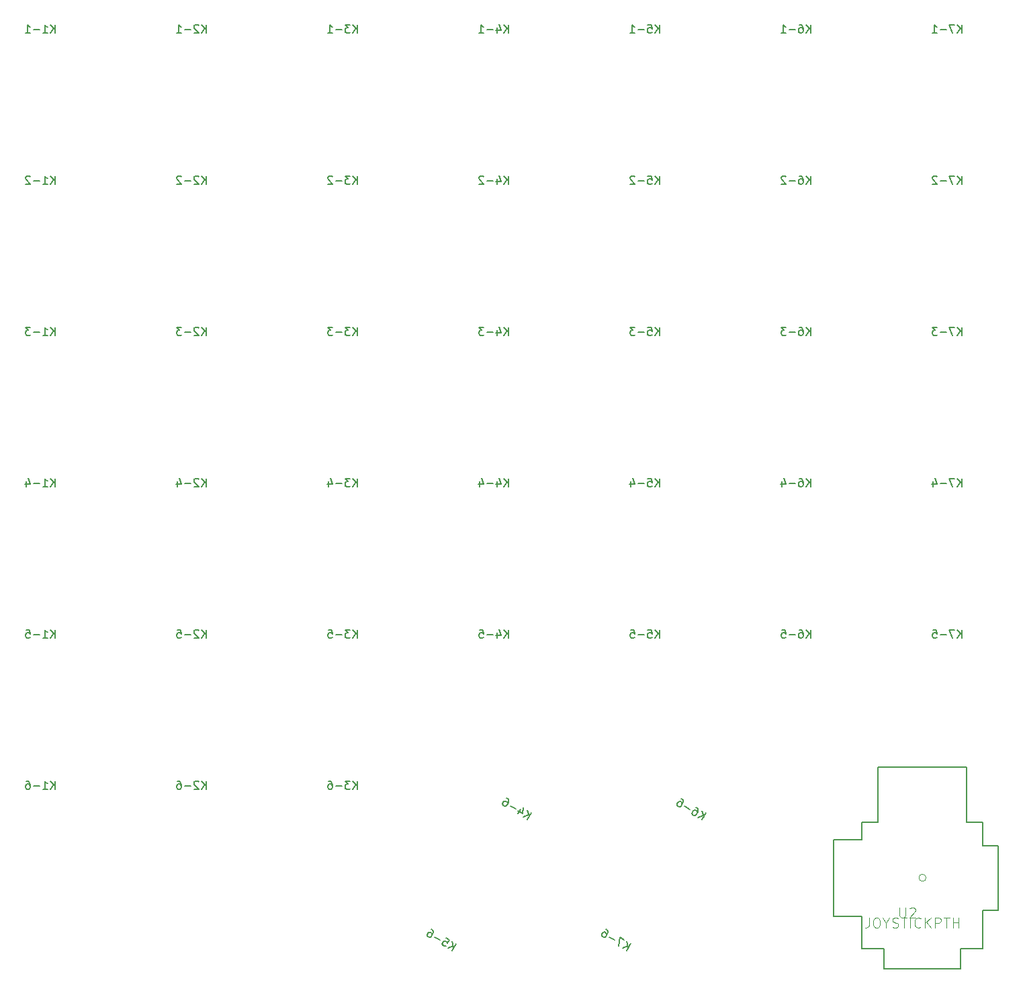
<source format=gbo>
%TF.GenerationSoftware,KiCad,Pcbnew,(5.1.9)-1*%
%TF.CreationDate,2021-04-22T01:41:48-06:00*%
%TF.ProjectId,Left Keyboard,4c656674-204b-4657-9962-6f6172642e6b,rev?*%
%TF.SameCoordinates,Original*%
%TF.FileFunction,Legend,Bot*%
%TF.FilePolarity,Positive*%
%FSLAX46Y46*%
G04 Gerber Fmt 4.6, Leading zero omitted, Abs format (unit mm)*
G04 Created by KiCad (PCBNEW (5.1.9)-1) date 2021-04-22 01:41:48*
%MOMM*%
%LPD*%
G01*
G04 APERTURE LIST*
%ADD10C,0.101600*%
%ADD11C,0.203200*%
%ADD12C,0.200000*%
G04 APERTURE END LIST*
D10*
%TO.C,U2*%
X187449013Y-141500000D02*
G75*
G03*
X187449013Y-141500000I-449013J0D01*
G01*
D11*
X179380000Y-146326000D02*
X179380000Y-150390000D01*
X179380000Y-136674000D02*
X179380000Y-134515000D01*
X175824000Y-136674000D02*
X175824000Y-146326000D01*
X179380000Y-146326000D02*
X175824000Y-146326000D01*
X179380000Y-136674000D02*
X175824000Y-136674000D01*
X181412000Y-127530000D02*
X181412000Y-134515000D01*
X192588000Y-127530000D02*
X192588000Y-134515000D01*
X181412000Y-134515000D02*
X179380000Y-134515000D01*
X194620000Y-134515000D02*
X192588000Y-134515000D01*
X194620000Y-145564000D02*
X196525000Y-145564000D01*
X194620000Y-137436000D02*
X196525000Y-137436000D01*
X194620000Y-145564000D02*
X194620000Y-150390000D01*
X194620000Y-137436000D02*
X194620000Y-134515000D01*
X196525000Y-137436000D02*
X196525000Y-145564000D01*
X182174000Y-150390000D02*
X179380000Y-150390000D01*
X191826000Y-150390000D02*
X194620000Y-150390000D01*
X182174000Y-152930000D02*
X182174000Y-150390000D01*
X191826000Y-152930000D02*
X191826000Y-150390000D01*
X191826000Y-152930000D02*
X182174000Y-152930000D01*
X192588000Y-127530000D02*
X181412000Y-127530000D01*
%TO.C,K6-2*%
D12*
X172908333Y-54132880D02*
X172908333Y-53132880D01*
X172336904Y-54132880D02*
X172765476Y-53561452D01*
X172336904Y-53132880D02*
X172908333Y-53704309D01*
X171479761Y-53132880D02*
X171670238Y-53132880D01*
X171765476Y-53180500D01*
X171813095Y-53228119D01*
X171908333Y-53370976D01*
X171955952Y-53561452D01*
X171955952Y-53942404D01*
X171908333Y-54037642D01*
X171860714Y-54085261D01*
X171765476Y-54132880D01*
X171575000Y-54132880D01*
X171479761Y-54085261D01*
X171432142Y-54037642D01*
X171384523Y-53942404D01*
X171384523Y-53704309D01*
X171432142Y-53609071D01*
X171479761Y-53561452D01*
X171575000Y-53513833D01*
X171765476Y-53513833D01*
X171860714Y-53561452D01*
X171908333Y-53609071D01*
X171955952Y-53704309D01*
X170955952Y-53751928D02*
X170194047Y-53751928D01*
X169765476Y-53228119D02*
X169717857Y-53180500D01*
X169622619Y-53132880D01*
X169384523Y-53132880D01*
X169289285Y-53180500D01*
X169241666Y-53228119D01*
X169194047Y-53323357D01*
X169194047Y-53418595D01*
X169241666Y-53561452D01*
X169813095Y-54132880D01*
X169194047Y-54132880D01*
%TO.C,K1-1*%
X77658333Y-35082880D02*
X77658333Y-34082880D01*
X77086904Y-35082880D02*
X77515476Y-34511452D01*
X77086904Y-34082880D02*
X77658333Y-34654309D01*
X76134523Y-35082880D02*
X76705952Y-35082880D01*
X76420238Y-35082880D02*
X76420238Y-34082880D01*
X76515476Y-34225738D01*
X76610714Y-34320976D01*
X76705952Y-34368595D01*
X75705952Y-34701928D02*
X74944047Y-34701928D01*
X73944047Y-35082880D02*
X74515476Y-35082880D01*
X74229761Y-35082880D02*
X74229761Y-34082880D01*
X74325000Y-34225738D01*
X74420238Y-34320976D01*
X74515476Y-34368595D01*
%TO.C,K1-2*%
X77658333Y-54132880D02*
X77658333Y-53132880D01*
X77086904Y-54132880D02*
X77515476Y-53561452D01*
X77086904Y-53132880D02*
X77658333Y-53704309D01*
X76134523Y-54132880D02*
X76705952Y-54132880D01*
X76420238Y-54132880D02*
X76420238Y-53132880D01*
X76515476Y-53275738D01*
X76610714Y-53370976D01*
X76705952Y-53418595D01*
X75705952Y-53751928D02*
X74944047Y-53751928D01*
X74515476Y-53228119D02*
X74467857Y-53180500D01*
X74372619Y-53132880D01*
X74134523Y-53132880D01*
X74039285Y-53180500D01*
X73991666Y-53228119D01*
X73944047Y-53323357D01*
X73944047Y-53418595D01*
X73991666Y-53561452D01*
X74563095Y-54132880D01*
X73944047Y-54132880D01*
%TO.C,K1-3*%
X77658333Y-73182880D02*
X77658333Y-72182880D01*
X77086904Y-73182880D02*
X77515476Y-72611452D01*
X77086904Y-72182880D02*
X77658333Y-72754309D01*
X76134523Y-73182880D02*
X76705952Y-73182880D01*
X76420238Y-73182880D02*
X76420238Y-72182880D01*
X76515476Y-72325738D01*
X76610714Y-72420976D01*
X76705952Y-72468595D01*
X75705952Y-72801928D02*
X74944047Y-72801928D01*
X74563095Y-72182880D02*
X73944047Y-72182880D01*
X74277380Y-72563833D01*
X74134523Y-72563833D01*
X74039285Y-72611452D01*
X73991666Y-72659071D01*
X73944047Y-72754309D01*
X73944047Y-72992404D01*
X73991666Y-73087642D01*
X74039285Y-73135261D01*
X74134523Y-73182880D01*
X74420238Y-73182880D01*
X74515476Y-73135261D01*
X74563095Y-73087642D01*
%TO.C,K1-4*%
X77658333Y-92232880D02*
X77658333Y-91232880D01*
X77086904Y-92232880D02*
X77515476Y-91661452D01*
X77086904Y-91232880D02*
X77658333Y-91804309D01*
X76134523Y-92232880D02*
X76705952Y-92232880D01*
X76420238Y-92232880D02*
X76420238Y-91232880D01*
X76515476Y-91375738D01*
X76610714Y-91470976D01*
X76705952Y-91518595D01*
X75705952Y-91851928D02*
X74944047Y-91851928D01*
X74039285Y-91566214D02*
X74039285Y-92232880D01*
X74277380Y-91185261D02*
X74515476Y-91899547D01*
X73896428Y-91899547D01*
%TO.C,K1-5*%
X77658333Y-111282880D02*
X77658333Y-110282880D01*
X77086904Y-111282880D02*
X77515476Y-110711452D01*
X77086904Y-110282880D02*
X77658333Y-110854309D01*
X76134523Y-111282880D02*
X76705952Y-111282880D01*
X76420238Y-111282880D02*
X76420238Y-110282880D01*
X76515476Y-110425738D01*
X76610714Y-110520976D01*
X76705952Y-110568595D01*
X75705952Y-110901928D02*
X74944047Y-110901928D01*
X73991666Y-110282880D02*
X74467857Y-110282880D01*
X74515476Y-110759071D01*
X74467857Y-110711452D01*
X74372619Y-110663833D01*
X74134523Y-110663833D01*
X74039285Y-110711452D01*
X73991666Y-110759071D01*
X73944047Y-110854309D01*
X73944047Y-111092404D01*
X73991666Y-111187642D01*
X74039285Y-111235261D01*
X74134523Y-111282880D01*
X74372619Y-111282880D01*
X74467857Y-111235261D01*
X74515476Y-111187642D01*
%TO.C,K1-6*%
X77658333Y-130332880D02*
X77658333Y-129332880D01*
X77086904Y-130332880D02*
X77515476Y-129761452D01*
X77086904Y-129332880D02*
X77658333Y-129904309D01*
X76134523Y-130332880D02*
X76705952Y-130332880D01*
X76420238Y-130332880D02*
X76420238Y-129332880D01*
X76515476Y-129475738D01*
X76610714Y-129570976D01*
X76705952Y-129618595D01*
X75705952Y-129951928D02*
X74944047Y-129951928D01*
X74039285Y-129332880D02*
X74229761Y-129332880D01*
X74325000Y-129380500D01*
X74372619Y-129428119D01*
X74467857Y-129570976D01*
X74515476Y-129761452D01*
X74515476Y-130142404D01*
X74467857Y-130237642D01*
X74420238Y-130285261D01*
X74325000Y-130332880D01*
X74134523Y-130332880D01*
X74039285Y-130285261D01*
X73991666Y-130237642D01*
X73944047Y-130142404D01*
X73944047Y-129904309D01*
X73991666Y-129809071D01*
X74039285Y-129761452D01*
X74134523Y-129713833D01*
X74325000Y-129713833D01*
X74420238Y-129761452D01*
X74467857Y-129809071D01*
X74515476Y-129904309D01*
%TO.C,K2-1*%
X96708333Y-35082880D02*
X96708333Y-34082880D01*
X96136904Y-35082880D02*
X96565476Y-34511452D01*
X96136904Y-34082880D02*
X96708333Y-34654309D01*
X95755952Y-34178119D02*
X95708333Y-34130500D01*
X95613095Y-34082880D01*
X95375000Y-34082880D01*
X95279761Y-34130500D01*
X95232142Y-34178119D01*
X95184523Y-34273357D01*
X95184523Y-34368595D01*
X95232142Y-34511452D01*
X95803571Y-35082880D01*
X95184523Y-35082880D01*
X94755952Y-34701928D02*
X93994047Y-34701928D01*
X92994047Y-35082880D02*
X93565476Y-35082880D01*
X93279761Y-35082880D02*
X93279761Y-34082880D01*
X93375000Y-34225738D01*
X93470238Y-34320976D01*
X93565476Y-34368595D01*
%TO.C,K2-2*%
X96708333Y-54132880D02*
X96708333Y-53132880D01*
X96136904Y-54132880D02*
X96565476Y-53561452D01*
X96136904Y-53132880D02*
X96708333Y-53704309D01*
X95755952Y-53228119D02*
X95708333Y-53180500D01*
X95613095Y-53132880D01*
X95375000Y-53132880D01*
X95279761Y-53180500D01*
X95232142Y-53228119D01*
X95184523Y-53323357D01*
X95184523Y-53418595D01*
X95232142Y-53561452D01*
X95803571Y-54132880D01*
X95184523Y-54132880D01*
X94755952Y-53751928D02*
X93994047Y-53751928D01*
X93565476Y-53228119D02*
X93517857Y-53180500D01*
X93422619Y-53132880D01*
X93184523Y-53132880D01*
X93089285Y-53180500D01*
X93041666Y-53228119D01*
X92994047Y-53323357D01*
X92994047Y-53418595D01*
X93041666Y-53561452D01*
X93613095Y-54132880D01*
X92994047Y-54132880D01*
%TO.C,K2-3*%
X96708333Y-73182880D02*
X96708333Y-72182880D01*
X96136904Y-73182880D02*
X96565476Y-72611452D01*
X96136904Y-72182880D02*
X96708333Y-72754309D01*
X95755952Y-72278119D02*
X95708333Y-72230500D01*
X95613095Y-72182880D01*
X95375000Y-72182880D01*
X95279761Y-72230500D01*
X95232142Y-72278119D01*
X95184523Y-72373357D01*
X95184523Y-72468595D01*
X95232142Y-72611452D01*
X95803571Y-73182880D01*
X95184523Y-73182880D01*
X94755952Y-72801928D02*
X93994047Y-72801928D01*
X93613095Y-72182880D02*
X92994047Y-72182880D01*
X93327380Y-72563833D01*
X93184523Y-72563833D01*
X93089285Y-72611452D01*
X93041666Y-72659071D01*
X92994047Y-72754309D01*
X92994047Y-72992404D01*
X93041666Y-73087642D01*
X93089285Y-73135261D01*
X93184523Y-73182880D01*
X93470238Y-73182880D01*
X93565476Y-73135261D01*
X93613095Y-73087642D01*
%TO.C,K2-4*%
X96708333Y-92232880D02*
X96708333Y-91232880D01*
X96136904Y-92232880D02*
X96565476Y-91661452D01*
X96136904Y-91232880D02*
X96708333Y-91804309D01*
X95755952Y-91328119D02*
X95708333Y-91280500D01*
X95613095Y-91232880D01*
X95375000Y-91232880D01*
X95279761Y-91280500D01*
X95232142Y-91328119D01*
X95184523Y-91423357D01*
X95184523Y-91518595D01*
X95232142Y-91661452D01*
X95803571Y-92232880D01*
X95184523Y-92232880D01*
X94755952Y-91851928D02*
X93994047Y-91851928D01*
X93089285Y-91566214D02*
X93089285Y-92232880D01*
X93327380Y-91185261D02*
X93565476Y-91899547D01*
X92946428Y-91899547D01*
%TO.C,K2-5*%
X96708333Y-111282880D02*
X96708333Y-110282880D01*
X96136904Y-111282880D02*
X96565476Y-110711452D01*
X96136904Y-110282880D02*
X96708333Y-110854309D01*
X95755952Y-110378119D02*
X95708333Y-110330500D01*
X95613095Y-110282880D01*
X95375000Y-110282880D01*
X95279761Y-110330500D01*
X95232142Y-110378119D01*
X95184523Y-110473357D01*
X95184523Y-110568595D01*
X95232142Y-110711452D01*
X95803571Y-111282880D01*
X95184523Y-111282880D01*
X94755952Y-110901928D02*
X93994047Y-110901928D01*
X93041666Y-110282880D02*
X93517857Y-110282880D01*
X93565476Y-110759071D01*
X93517857Y-110711452D01*
X93422619Y-110663833D01*
X93184523Y-110663833D01*
X93089285Y-110711452D01*
X93041666Y-110759071D01*
X92994047Y-110854309D01*
X92994047Y-111092404D01*
X93041666Y-111187642D01*
X93089285Y-111235261D01*
X93184523Y-111282880D01*
X93422619Y-111282880D01*
X93517857Y-111235261D01*
X93565476Y-111187642D01*
%TO.C,K2-6*%
X96708333Y-130332880D02*
X96708333Y-129332880D01*
X96136904Y-130332880D02*
X96565476Y-129761452D01*
X96136904Y-129332880D02*
X96708333Y-129904309D01*
X95755952Y-129428119D02*
X95708333Y-129380500D01*
X95613095Y-129332880D01*
X95375000Y-129332880D01*
X95279761Y-129380500D01*
X95232142Y-129428119D01*
X95184523Y-129523357D01*
X95184523Y-129618595D01*
X95232142Y-129761452D01*
X95803571Y-130332880D01*
X95184523Y-130332880D01*
X94755952Y-129951928D02*
X93994047Y-129951928D01*
X93089285Y-129332880D02*
X93279761Y-129332880D01*
X93375000Y-129380500D01*
X93422619Y-129428119D01*
X93517857Y-129570976D01*
X93565476Y-129761452D01*
X93565476Y-130142404D01*
X93517857Y-130237642D01*
X93470238Y-130285261D01*
X93375000Y-130332880D01*
X93184523Y-130332880D01*
X93089285Y-130285261D01*
X93041666Y-130237642D01*
X92994047Y-130142404D01*
X92994047Y-129904309D01*
X93041666Y-129809071D01*
X93089285Y-129761452D01*
X93184523Y-129713833D01*
X93375000Y-129713833D01*
X93470238Y-129761452D01*
X93517857Y-129809071D01*
X93565476Y-129904309D01*
%TO.C,K3-1*%
X115758333Y-35082880D02*
X115758333Y-34082880D01*
X115186904Y-35082880D02*
X115615476Y-34511452D01*
X115186904Y-34082880D02*
X115758333Y-34654309D01*
X114853571Y-34082880D02*
X114234523Y-34082880D01*
X114567857Y-34463833D01*
X114425000Y-34463833D01*
X114329761Y-34511452D01*
X114282142Y-34559071D01*
X114234523Y-34654309D01*
X114234523Y-34892404D01*
X114282142Y-34987642D01*
X114329761Y-35035261D01*
X114425000Y-35082880D01*
X114710714Y-35082880D01*
X114805952Y-35035261D01*
X114853571Y-34987642D01*
X113805952Y-34701928D02*
X113044047Y-34701928D01*
X112044047Y-35082880D02*
X112615476Y-35082880D01*
X112329761Y-35082880D02*
X112329761Y-34082880D01*
X112425000Y-34225738D01*
X112520238Y-34320976D01*
X112615476Y-34368595D01*
%TO.C,K3-2*%
X115758333Y-54132880D02*
X115758333Y-53132880D01*
X115186904Y-54132880D02*
X115615476Y-53561452D01*
X115186904Y-53132880D02*
X115758333Y-53704309D01*
X114853571Y-53132880D02*
X114234523Y-53132880D01*
X114567857Y-53513833D01*
X114425000Y-53513833D01*
X114329761Y-53561452D01*
X114282142Y-53609071D01*
X114234523Y-53704309D01*
X114234523Y-53942404D01*
X114282142Y-54037642D01*
X114329761Y-54085261D01*
X114425000Y-54132880D01*
X114710714Y-54132880D01*
X114805952Y-54085261D01*
X114853571Y-54037642D01*
X113805952Y-53751928D02*
X113044047Y-53751928D01*
X112615476Y-53228119D02*
X112567857Y-53180500D01*
X112472619Y-53132880D01*
X112234523Y-53132880D01*
X112139285Y-53180500D01*
X112091666Y-53228119D01*
X112044047Y-53323357D01*
X112044047Y-53418595D01*
X112091666Y-53561452D01*
X112663095Y-54132880D01*
X112044047Y-54132880D01*
%TO.C,K3-3*%
X115758333Y-73182880D02*
X115758333Y-72182880D01*
X115186904Y-73182880D02*
X115615476Y-72611452D01*
X115186904Y-72182880D02*
X115758333Y-72754309D01*
X114853571Y-72182880D02*
X114234523Y-72182880D01*
X114567857Y-72563833D01*
X114425000Y-72563833D01*
X114329761Y-72611452D01*
X114282142Y-72659071D01*
X114234523Y-72754309D01*
X114234523Y-72992404D01*
X114282142Y-73087642D01*
X114329761Y-73135261D01*
X114425000Y-73182880D01*
X114710714Y-73182880D01*
X114805952Y-73135261D01*
X114853571Y-73087642D01*
X113805952Y-72801928D02*
X113044047Y-72801928D01*
X112663095Y-72182880D02*
X112044047Y-72182880D01*
X112377380Y-72563833D01*
X112234523Y-72563833D01*
X112139285Y-72611452D01*
X112091666Y-72659071D01*
X112044047Y-72754309D01*
X112044047Y-72992404D01*
X112091666Y-73087642D01*
X112139285Y-73135261D01*
X112234523Y-73182880D01*
X112520238Y-73182880D01*
X112615476Y-73135261D01*
X112663095Y-73087642D01*
%TO.C,K3-4*%
X115758333Y-92232880D02*
X115758333Y-91232880D01*
X115186904Y-92232880D02*
X115615476Y-91661452D01*
X115186904Y-91232880D02*
X115758333Y-91804309D01*
X114853571Y-91232880D02*
X114234523Y-91232880D01*
X114567857Y-91613833D01*
X114425000Y-91613833D01*
X114329761Y-91661452D01*
X114282142Y-91709071D01*
X114234523Y-91804309D01*
X114234523Y-92042404D01*
X114282142Y-92137642D01*
X114329761Y-92185261D01*
X114425000Y-92232880D01*
X114710714Y-92232880D01*
X114805952Y-92185261D01*
X114853571Y-92137642D01*
X113805952Y-91851928D02*
X113044047Y-91851928D01*
X112139285Y-91566214D02*
X112139285Y-92232880D01*
X112377380Y-91185261D02*
X112615476Y-91899547D01*
X111996428Y-91899547D01*
%TO.C,K3-5*%
X115758333Y-111282880D02*
X115758333Y-110282880D01*
X115186904Y-111282880D02*
X115615476Y-110711452D01*
X115186904Y-110282880D02*
X115758333Y-110854309D01*
X114853571Y-110282880D02*
X114234523Y-110282880D01*
X114567857Y-110663833D01*
X114425000Y-110663833D01*
X114329761Y-110711452D01*
X114282142Y-110759071D01*
X114234523Y-110854309D01*
X114234523Y-111092404D01*
X114282142Y-111187642D01*
X114329761Y-111235261D01*
X114425000Y-111282880D01*
X114710714Y-111282880D01*
X114805952Y-111235261D01*
X114853571Y-111187642D01*
X113805952Y-110901928D02*
X113044047Y-110901928D01*
X112091666Y-110282880D02*
X112567857Y-110282880D01*
X112615476Y-110759071D01*
X112567857Y-110711452D01*
X112472619Y-110663833D01*
X112234523Y-110663833D01*
X112139285Y-110711452D01*
X112091666Y-110759071D01*
X112044047Y-110854309D01*
X112044047Y-111092404D01*
X112091666Y-111187642D01*
X112139285Y-111235261D01*
X112234523Y-111282880D01*
X112472619Y-111282880D01*
X112567857Y-111235261D01*
X112615476Y-111187642D01*
%TO.C,K3-6*%
X115758333Y-130332880D02*
X115758333Y-129332880D01*
X115186904Y-130332880D02*
X115615476Y-129761452D01*
X115186904Y-129332880D02*
X115758333Y-129904309D01*
X114853571Y-129332880D02*
X114234523Y-129332880D01*
X114567857Y-129713833D01*
X114425000Y-129713833D01*
X114329761Y-129761452D01*
X114282142Y-129809071D01*
X114234523Y-129904309D01*
X114234523Y-130142404D01*
X114282142Y-130237642D01*
X114329761Y-130285261D01*
X114425000Y-130332880D01*
X114710714Y-130332880D01*
X114805952Y-130285261D01*
X114853571Y-130237642D01*
X113805952Y-129951928D02*
X113044047Y-129951928D01*
X112139285Y-129332880D02*
X112329761Y-129332880D01*
X112425000Y-129380500D01*
X112472619Y-129428119D01*
X112567857Y-129570976D01*
X112615476Y-129761452D01*
X112615476Y-130142404D01*
X112567857Y-130237642D01*
X112520238Y-130285261D01*
X112425000Y-130332880D01*
X112234523Y-130332880D01*
X112139285Y-130285261D01*
X112091666Y-130237642D01*
X112044047Y-130142404D01*
X112044047Y-129904309D01*
X112091666Y-129809071D01*
X112139285Y-129761452D01*
X112234523Y-129713833D01*
X112425000Y-129713833D01*
X112520238Y-129761452D01*
X112567857Y-129809071D01*
X112615476Y-129904309D01*
%TO.C,K4-1*%
X134808333Y-35082880D02*
X134808333Y-34082880D01*
X134236904Y-35082880D02*
X134665476Y-34511452D01*
X134236904Y-34082880D02*
X134808333Y-34654309D01*
X133379761Y-34416214D02*
X133379761Y-35082880D01*
X133617857Y-34035261D02*
X133855952Y-34749547D01*
X133236904Y-34749547D01*
X132855952Y-34701928D02*
X132094047Y-34701928D01*
X131094047Y-35082880D02*
X131665476Y-35082880D01*
X131379761Y-35082880D02*
X131379761Y-34082880D01*
X131475000Y-34225738D01*
X131570238Y-34320976D01*
X131665476Y-34368595D01*
%TO.C,K4-2*%
X134808333Y-54132880D02*
X134808333Y-53132880D01*
X134236904Y-54132880D02*
X134665476Y-53561452D01*
X134236904Y-53132880D02*
X134808333Y-53704309D01*
X133379761Y-53466214D02*
X133379761Y-54132880D01*
X133617857Y-53085261D02*
X133855952Y-53799547D01*
X133236904Y-53799547D01*
X132855952Y-53751928D02*
X132094047Y-53751928D01*
X131665476Y-53228119D02*
X131617857Y-53180500D01*
X131522619Y-53132880D01*
X131284523Y-53132880D01*
X131189285Y-53180500D01*
X131141666Y-53228119D01*
X131094047Y-53323357D01*
X131094047Y-53418595D01*
X131141666Y-53561452D01*
X131713095Y-54132880D01*
X131094047Y-54132880D01*
%TO.C,K4-3*%
X134808333Y-73182880D02*
X134808333Y-72182880D01*
X134236904Y-73182880D02*
X134665476Y-72611452D01*
X134236904Y-72182880D02*
X134808333Y-72754309D01*
X133379761Y-72516214D02*
X133379761Y-73182880D01*
X133617857Y-72135261D02*
X133855952Y-72849547D01*
X133236904Y-72849547D01*
X132855952Y-72801928D02*
X132094047Y-72801928D01*
X131713095Y-72182880D02*
X131094047Y-72182880D01*
X131427380Y-72563833D01*
X131284523Y-72563833D01*
X131189285Y-72611452D01*
X131141666Y-72659071D01*
X131094047Y-72754309D01*
X131094047Y-72992404D01*
X131141666Y-73087642D01*
X131189285Y-73135261D01*
X131284523Y-73182880D01*
X131570238Y-73182880D01*
X131665476Y-73135261D01*
X131713095Y-73087642D01*
%TO.C,K4-4*%
X134808333Y-92232880D02*
X134808333Y-91232880D01*
X134236904Y-92232880D02*
X134665476Y-91661452D01*
X134236904Y-91232880D02*
X134808333Y-91804309D01*
X133379761Y-91566214D02*
X133379761Y-92232880D01*
X133617857Y-91185261D02*
X133855952Y-91899547D01*
X133236904Y-91899547D01*
X132855952Y-91851928D02*
X132094047Y-91851928D01*
X131189285Y-91566214D02*
X131189285Y-92232880D01*
X131427380Y-91185261D02*
X131665476Y-91899547D01*
X131046428Y-91899547D01*
%TO.C,K4-5*%
X134808333Y-111282880D02*
X134808333Y-110282880D01*
X134236904Y-111282880D02*
X134665476Y-110711452D01*
X134236904Y-110282880D02*
X134808333Y-110854309D01*
X133379761Y-110616214D02*
X133379761Y-111282880D01*
X133617857Y-110235261D02*
X133855952Y-110949547D01*
X133236904Y-110949547D01*
X132855952Y-110901928D02*
X132094047Y-110901928D01*
X131141666Y-110282880D02*
X131617857Y-110282880D01*
X131665476Y-110759071D01*
X131617857Y-110711452D01*
X131522619Y-110663833D01*
X131284523Y-110663833D01*
X131189285Y-110711452D01*
X131141666Y-110759071D01*
X131094047Y-110854309D01*
X131094047Y-111092404D01*
X131141666Y-111187642D01*
X131189285Y-111235261D01*
X131284523Y-111282880D01*
X131522619Y-111282880D01*
X131617857Y-111235261D01*
X131665476Y-111187642D01*
%TO.C,K4-6*%
X137215022Y-134147938D02*
X137715022Y-133281912D01*
X136720151Y-133862223D02*
X137377019Y-133581637D01*
X137220151Y-132996198D02*
X137429308Y-133776784D01*
X136311176Y-132856302D02*
X135977843Y-133433652D01*
X136707849Y-132645435D02*
X136556903Y-133383072D01*
X136020792Y-133073548D01*
X135714687Y-132841833D02*
X135054858Y-132460880D01*
X134580835Y-131472388D02*
X134745792Y-131567626D01*
X134804461Y-131656485D01*
X134821891Y-131721534D01*
X134832941Y-131892871D01*
X134778942Y-132081637D01*
X134588466Y-132411552D01*
X134499608Y-132470221D01*
X134434559Y-132487651D01*
X134328271Y-132481271D01*
X134163314Y-132386033D01*
X134104645Y-132297174D01*
X134087215Y-132232126D01*
X134093595Y-132125837D01*
X134212642Y-131919641D01*
X134301501Y-131860972D01*
X134366549Y-131843542D01*
X134472838Y-131849922D01*
X134637795Y-131945160D01*
X134696464Y-132034018D01*
X134713894Y-132099067D01*
X134707514Y-132205355D01*
%TO.C,K5-1*%
X153858333Y-35082880D02*
X153858333Y-34082880D01*
X153286904Y-35082880D02*
X153715476Y-34511452D01*
X153286904Y-34082880D02*
X153858333Y-34654309D01*
X152382142Y-34082880D02*
X152858333Y-34082880D01*
X152905952Y-34559071D01*
X152858333Y-34511452D01*
X152763095Y-34463833D01*
X152525000Y-34463833D01*
X152429761Y-34511452D01*
X152382142Y-34559071D01*
X152334523Y-34654309D01*
X152334523Y-34892404D01*
X152382142Y-34987642D01*
X152429761Y-35035261D01*
X152525000Y-35082880D01*
X152763095Y-35082880D01*
X152858333Y-35035261D01*
X152905952Y-34987642D01*
X151905952Y-34701928D02*
X151144047Y-34701928D01*
X150144047Y-35082880D02*
X150715476Y-35082880D01*
X150429761Y-35082880D02*
X150429761Y-34082880D01*
X150525000Y-34225738D01*
X150620238Y-34320976D01*
X150715476Y-34368595D01*
%TO.C,K5-2*%
X153858333Y-54132880D02*
X153858333Y-53132880D01*
X153286904Y-54132880D02*
X153715476Y-53561452D01*
X153286904Y-53132880D02*
X153858333Y-53704309D01*
X152382142Y-53132880D02*
X152858333Y-53132880D01*
X152905952Y-53609071D01*
X152858333Y-53561452D01*
X152763095Y-53513833D01*
X152525000Y-53513833D01*
X152429761Y-53561452D01*
X152382142Y-53609071D01*
X152334523Y-53704309D01*
X152334523Y-53942404D01*
X152382142Y-54037642D01*
X152429761Y-54085261D01*
X152525000Y-54132880D01*
X152763095Y-54132880D01*
X152858333Y-54085261D01*
X152905952Y-54037642D01*
X151905952Y-53751928D02*
X151144047Y-53751928D01*
X150715476Y-53228119D02*
X150667857Y-53180500D01*
X150572619Y-53132880D01*
X150334523Y-53132880D01*
X150239285Y-53180500D01*
X150191666Y-53228119D01*
X150144047Y-53323357D01*
X150144047Y-53418595D01*
X150191666Y-53561452D01*
X150763095Y-54132880D01*
X150144047Y-54132880D01*
%TO.C,K5-3*%
X153858333Y-73182880D02*
X153858333Y-72182880D01*
X153286904Y-73182880D02*
X153715476Y-72611452D01*
X153286904Y-72182880D02*
X153858333Y-72754309D01*
X152382142Y-72182880D02*
X152858333Y-72182880D01*
X152905952Y-72659071D01*
X152858333Y-72611452D01*
X152763095Y-72563833D01*
X152525000Y-72563833D01*
X152429761Y-72611452D01*
X152382142Y-72659071D01*
X152334523Y-72754309D01*
X152334523Y-72992404D01*
X152382142Y-73087642D01*
X152429761Y-73135261D01*
X152525000Y-73182880D01*
X152763095Y-73182880D01*
X152858333Y-73135261D01*
X152905952Y-73087642D01*
X151905952Y-72801928D02*
X151144047Y-72801928D01*
X150763095Y-72182880D02*
X150144047Y-72182880D01*
X150477380Y-72563833D01*
X150334523Y-72563833D01*
X150239285Y-72611452D01*
X150191666Y-72659071D01*
X150144047Y-72754309D01*
X150144047Y-72992404D01*
X150191666Y-73087642D01*
X150239285Y-73135261D01*
X150334523Y-73182880D01*
X150620238Y-73182880D01*
X150715476Y-73135261D01*
X150763095Y-73087642D01*
%TO.C,K5-4*%
X153858333Y-92232880D02*
X153858333Y-91232880D01*
X153286904Y-92232880D02*
X153715476Y-91661452D01*
X153286904Y-91232880D02*
X153858333Y-91804309D01*
X152382142Y-91232880D02*
X152858333Y-91232880D01*
X152905952Y-91709071D01*
X152858333Y-91661452D01*
X152763095Y-91613833D01*
X152525000Y-91613833D01*
X152429761Y-91661452D01*
X152382142Y-91709071D01*
X152334523Y-91804309D01*
X152334523Y-92042404D01*
X152382142Y-92137642D01*
X152429761Y-92185261D01*
X152525000Y-92232880D01*
X152763095Y-92232880D01*
X152858333Y-92185261D01*
X152905952Y-92137642D01*
X151905952Y-91851928D02*
X151144047Y-91851928D01*
X150239285Y-91566214D02*
X150239285Y-92232880D01*
X150477380Y-91185261D02*
X150715476Y-91899547D01*
X150096428Y-91899547D01*
%TO.C,K5-5*%
X153858333Y-111282880D02*
X153858333Y-110282880D01*
X153286904Y-111282880D02*
X153715476Y-110711452D01*
X153286904Y-110282880D02*
X153858333Y-110854309D01*
X152382142Y-110282880D02*
X152858333Y-110282880D01*
X152905952Y-110759071D01*
X152858333Y-110711452D01*
X152763095Y-110663833D01*
X152525000Y-110663833D01*
X152429761Y-110711452D01*
X152382142Y-110759071D01*
X152334523Y-110854309D01*
X152334523Y-111092404D01*
X152382142Y-111187642D01*
X152429761Y-111235261D01*
X152525000Y-111282880D01*
X152763095Y-111282880D01*
X152858333Y-111235261D01*
X152905952Y-111187642D01*
X151905952Y-110901928D02*
X151144047Y-110901928D01*
X150191666Y-110282880D02*
X150667857Y-110282880D01*
X150715476Y-110759071D01*
X150667857Y-110711452D01*
X150572619Y-110663833D01*
X150334523Y-110663833D01*
X150239285Y-110711452D01*
X150191666Y-110759071D01*
X150144047Y-110854309D01*
X150144047Y-111092404D01*
X150191666Y-111187642D01*
X150239285Y-111235261D01*
X150334523Y-111282880D01*
X150572619Y-111282880D01*
X150667857Y-111235261D01*
X150715476Y-111187642D01*
%TO.C,K5-6*%
X127702522Y-150657938D02*
X128202522Y-149791912D01*
X127207651Y-150372223D02*
X127864519Y-150091637D01*
X127707651Y-149506198D02*
X127916808Y-150286784D01*
X126924104Y-149053817D02*
X127336497Y-149291912D01*
X127139641Y-149728115D01*
X127122211Y-149663066D01*
X127063542Y-149574208D01*
X126857346Y-149455160D01*
X126751057Y-149448780D01*
X126686009Y-149466210D01*
X126597150Y-149524879D01*
X126478103Y-149731076D01*
X126471723Y-149837364D01*
X126489153Y-149902413D01*
X126547822Y-149991271D01*
X126754018Y-150110319D01*
X126860306Y-150116698D01*
X126925355Y-150099268D01*
X126202187Y-149351833D02*
X125542358Y-148970880D01*
X125068335Y-147982388D02*
X125233292Y-148077626D01*
X125291961Y-148166485D01*
X125309391Y-148231534D01*
X125320441Y-148402871D01*
X125266442Y-148591637D01*
X125075966Y-148921552D01*
X124987108Y-148980221D01*
X124922059Y-148997651D01*
X124815771Y-148991271D01*
X124650814Y-148896033D01*
X124592145Y-148807174D01*
X124574715Y-148742126D01*
X124581095Y-148635837D01*
X124700142Y-148429641D01*
X124789001Y-148370972D01*
X124854049Y-148353542D01*
X124960338Y-148359922D01*
X125125295Y-148455160D01*
X125183964Y-148544018D01*
X125201394Y-148609067D01*
X125195014Y-148715355D01*
%TO.C,K6-1*%
X172908333Y-35082880D02*
X172908333Y-34082880D01*
X172336904Y-35082880D02*
X172765476Y-34511452D01*
X172336904Y-34082880D02*
X172908333Y-34654309D01*
X171479761Y-34082880D02*
X171670238Y-34082880D01*
X171765476Y-34130500D01*
X171813095Y-34178119D01*
X171908333Y-34320976D01*
X171955952Y-34511452D01*
X171955952Y-34892404D01*
X171908333Y-34987642D01*
X171860714Y-35035261D01*
X171765476Y-35082880D01*
X171575000Y-35082880D01*
X171479761Y-35035261D01*
X171432142Y-34987642D01*
X171384523Y-34892404D01*
X171384523Y-34654309D01*
X171432142Y-34559071D01*
X171479761Y-34511452D01*
X171575000Y-34463833D01*
X171765476Y-34463833D01*
X171860714Y-34511452D01*
X171908333Y-34559071D01*
X171955952Y-34654309D01*
X170955952Y-34701928D02*
X170194047Y-34701928D01*
X169194047Y-35082880D02*
X169765476Y-35082880D01*
X169479761Y-35082880D02*
X169479761Y-34082880D01*
X169575000Y-34225738D01*
X169670238Y-34320976D01*
X169765476Y-34368595D01*
%TO.C,K6-3*%
X172908333Y-73182880D02*
X172908333Y-72182880D01*
X172336904Y-73182880D02*
X172765476Y-72611452D01*
X172336904Y-72182880D02*
X172908333Y-72754309D01*
X171479761Y-72182880D02*
X171670238Y-72182880D01*
X171765476Y-72230500D01*
X171813095Y-72278119D01*
X171908333Y-72420976D01*
X171955952Y-72611452D01*
X171955952Y-72992404D01*
X171908333Y-73087642D01*
X171860714Y-73135261D01*
X171765476Y-73182880D01*
X171575000Y-73182880D01*
X171479761Y-73135261D01*
X171432142Y-73087642D01*
X171384523Y-72992404D01*
X171384523Y-72754309D01*
X171432142Y-72659071D01*
X171479761Y-72611452D01*
X171575000Y-72563833D01*
X171765476Y-72563833D01*
X171860714Y-72611452D01*
X171908333Y-72659071D01*
X171955952Y-72754309D01*
X170955952Y-72801928D02*
X170194047Y-72801928D01*
X169813095Y-72182880D02*
X169194047Y-72182880D01*
X169527380Y-72563833D01*
X169384523Y-72563833D01*
X169289285Y-72611452D01*
X169241666Y-72659071D01*
X169194047Y-72754309D01*
X169194047Y-72992404D01*
X169241666Y-73087642D01*
X169289285Y-73135261D01*
X169384523Y-73182880D01*
X169670238Y-73182880D01*
X169765476Y-73135261D01*
X169813095Y-73087642D01*
%TO.C,K6-4*%
X172908333Y-92232880D02*
X172908333Y-91232880D01*
X172336904Y-92232880D02*
X172765476Y-91661452D01*
X172336904Y-91232880D02*
X172908333Y-91804309D01*
X171479761Y-91232880D02*
X171670238Y-91232880D01*
X171765476Y-91280500D01*
X171813095Y-91328119D01*
X171908333Y-91470976D01*
X171955952Y-91661452D01*
X171955952Y-92042404D01*
X171908333Y-92137642D01*
X171860714Y-92185261D01*
X171765476Y-92232880D01*
X171575000Y-92232880D01*
X171479761Y-92185261D01*
X171432142Y-92137642D01*
X171384523Y-92042404D01*
X171384523Y-91804309D01*
X171432142Y-91709071D01*
X171479761Y-91661452D01*
X171575000Y-91613833D01*
X171765476Y-91613833D01*
X171860714Y-91661452D01*
X171908333Y-91709071D01*
X171955952Y-91804309D01*
X170955952Y-91851928D02*
X170194047Y-91851928D01*
X169289285Y-91566214D02*
X169289285Y-92232880D01*
X169527380Y-91185261D02*
X169765476Y-91899547D01*
X169146428Y-91899547D01*
%TO.C,K6-5*%
X172908333Y-111282880D02*
X172908333Y-110282880D01*
X172336904Y-111282880D02*
X172765476Y-110711452D01*
X172336904Y-110282880D02*
X172908333Y-110854309D01*
X171479761Y-110282880D02*
X171670238Y-110282880D01*
X171765476Y-110330500D01*
X171813095Y-110378119D01*
X171908333Y-110520976D01*
X171955952Y-110711452D01*
X171955952Y-111092404D01*
X171908333Y-111187642D01*
X171860714Y-111235261D01*
X171765476Y-111282880D01*
X171575000Y-111282880D01*
X171479761Y-111235261D01*
X171432142Y-111187642D01*
X171384523Y-111092404D01*
X171384523Y-110854309D01*
X171432142Y-110759071D01*
X171479761Y-110711452D01*
X171575000Y-110663833D01*
X171765476Y-110663833D01*
X171860714Y-110711452D01*
X171908333Y-110759071D01*
X171955952Y-110854309D01*
X170955952Y-110901928D02*
X170194047Y-110901928D01*
X169241666Y-110282880D02*
X169717857Y-110282880D01*
X169765476Y-110759071D01*
X169717857Y-110711452D01*
X169622619Y-110663833D01*
X169384523Y-110663833D01*
X169289285Y-110711452D01*
X169241666Y-110759071D01*
X169194047Y-110854309D01*
X169194047Y-111092404D01*
X169241666Y-111187642D01*
X169289285Y-111235261D01*
X169384523Y-111282880D01*
X169622619Y-111282880D01*
X169717857Y-111235261D01*
X169765476Y-111187642D01*
%TO.C,K6-6*%
X159202522Y-134197938D02*
X159702522Y-133331912D01*
X158707651Y-133912223D02*
X159364519Y-133631637D01*
X159207651Y-133046198D02*
X159416808Y-133826784D01*
X158465343Y-132617626D02*
X158630300Y-132712865D01*
X158688969Y-132801723D01*
X158706399Y-132866772D01*
X158717449Y-133038109D01*
X158663450Y-133226875D01*
X158472974Y-133556790D01*
X158384116Y-133615459D01*
X158319067Y-133632889D01*
X158212779Y-133626509D01*
X158047822Y-133531271D01*
X157989153Y-133442413D01*
X157971723Y-133377364D01*
X157978103Y-133271076D01*
X158097150Y-133064879D01*
X158186009Y-133006210D01*
X158251057Y-132988780D01*
X158357346Y-132995160D01*
X158522303Y-133090398D01*
X158580972Y-133179256D01*
X158598402Y-133244305D01*
X158592022Y-133350593D01*
X157702187Y-132891833D02*
X157042358Y-132510880D01*
X156568335Y-131522388D02*
X156733292Y-131617626D01*
X156791961Y-131706485D01*
X156809391Y-131771534D01*
X156820441Y-131942871D01*
X156766442Y-132131637D01*
X156575966Y-132461552D01*
X156487108Y-132520221D01*
X156422059Y-132537651D01*
X156315771Y-132531271D01*
X156150814Y-132436033D01*
X156092145Y-132347174D01*
X156074715Y-132282126D01*
X156081095Y-132175837D01*
X156200142Y-131969641D01*
X156289001Y-131910972D01*
X156354049Y-131893542D01*
X156460338Y-131899922D01*
X156625295Y-131995160D01*
X156683964Y-132084018D01*
X156701394Y-132149067D01*
X156695014Y-132255355D01*
%TO.C,K7-1*%
X191958333Y-35082880D02*
X191958333Y-34082880D01*
X191386904Y-35082880D02*
X191815476Y-34511452D01*
X191386904Y-34082880D02*
X191958333Y-34654309D01*
X191053571Y-34082880D02*
X190386904Y-34082880D01*
X190815476Y-35082880D01*
X190005952Y-34701928D02*
X189244047Y-34701928D01*
X188244047Y-35082880D02*
X188815476Y-35082880D01*
X188529761Y-35082880D02*
X188529761Y-34082880D01*
X188625000Y-34225738D01*
X188720238Y-34320976D01*
X188815476Y-34368595D01*
%TO.C,K7-2*%
X191958333Y-54132880D02*
X191958333Y-53132880D01*
X191386904Y-54132880D02*
X191815476Y-53561452D01*
X191386904Y-53132880D02*
X191958333Y-53704309D01*
X191053571Y-53132880D02*
X190386904Y-53132880D01*
X190815476Y-54132880D01*
X190005952Y-53751928D02*
X189244047Y-53751928D01*
X188815476Y-53228119D02*
X188767857Y-53180500D01*
X188672619Y-53132880D01*
X188434523Y-53132880D01*
X188339285Y-53180500D01*
X188291666Y-53228119D01*
X188244047Y-53323357D01*
X188244047Y-53418595D01*
X188291666Y-53561452D01*
X188863095Y-54132880D01*
X188244047Y-54132880D01*
%TO.C,K7-3*%
X191958333Y-73182880D02*
X191958333Y-72182880D01*
X191386904Y-73182880D02*
X191815476Y-72611452D01*
X191386904Y-72182880D02*
X191958333Y-72754309D01*
X191053571Y-72182880D02*
X190386904Y-72182880D01*
X190815476Y-73182880D01*
X190005952Y-72801928D02*
X189244047Y-72801928D01*
X188863095Y-72182880D02*
X188244047Y-72182880D01*
X188577380Y-72563833D01*
X188434523Y-72563833D01*
X188339285Y-72611452D01*
X188291666Y-72659071D01*
X188244047Y-72754309D01*
X188244047Y-72992404D01*
X188291666Y-73087642D01*
X188339285Y-73135261D01*
X188434523Y-73182880D01*
X188720238Y-73182880D01*
X188815476Y-73135261D01*
X188863095Y-73087642D01*
%TO.C,K7-4*%
X191958333Y-92232880D02*
X191958333Y-91232880D01*
X191386904Y-92232880D02*
X191815476Y-91661452D01*
X191386904Y-91232880D02*
X191958333Y-91804309D01*
X191053571Y-91232880D02*
X190386904Y-91232880D01*
X190815476Y-92232880D01*
X190005952Y-91851928D02*
X189244047Y-91851928D01*
X188339285Y-91566214D02*
X188339285Y-92232880D01*
X188577380Y-91185261D02*
X188815476Y-91899547D01*
X188196428Y-91899547D01*
%TO.C,K7-5*%
X191958333Y-111282880D02*
X191958333Y-110282880D01*
X191386904Y-111282880D02*
X191815476Y-110711452D01*
X191386904Y-110282880D02*
X191958333Y-110854309D01*
X191053571Y-110282880D02*
X190386904Y-110282880D01*
X190815476Y-111282880D01*
X190005952Y-110901928D02*
X189244047Y-110901928D01*
X188291666Y-110282880D02*
X188767857Y-110282880D01*
X188815476Y-110759071D01*
X188767857Y-110711452D01*
X188672619Y-110663833D01*
X188434523Y-110663833D01*
X188339285Y-110711452D01*
X188291666Y-110759071D01*
X188244047Y-110854309D01*
X188244047Y-111092404D01*
X188291666Y-111187642D01*
X188339285Y-111235261D01*
X188434523Y-111282880D01*
X188672619Y-111282880D01*
X188767857Y-111235261D01*
X188815476Y-111187642D01*
%TO.C,K7-6*%
X149702522Y-150637938D02*
X150202522Y-149771912D01*
X149207651Y-150352223D02*
X149864519Y-150071637D01*
X149707651Y-149486198D02*
X149916808Y-150266784D01*
X149418975Y-149319531D02*
X148841625Y-148986198D01*
X148712779Y-150066509D01*
X148202187Y-149331833D02*
X147542358Y-148950880D01*
X147068335Y-147962388D02*
X147233292Y-148057626D01*
X147291961Y-148146485D01*
X147309391Y-148211534D01*
X147320441Y-148382871D01*
X147266442Y-148571637D01*
X147075966Y-148901552D01*
X146987108Y-148960221D01*
X146922059Y-148977651D01*
X146815771Y-148971271D01*
X146650814Y-148876033D01*
X146592145Y-148787174D01*
X146574715Y-148722126D01*
X146581095Y-148615837D01*
X146700142Y-148409641D01*
X146789001Y-148350972D01*
X146854049Y-148333542D01*
X146960338Y-148339922D01*
X147125295Y-148435160D01*
X147183964Y-148524018D01*
X147201394Y-148589067D01*
X147195014Y-148695355D01*
%TO.C,U2*%
D10*
X184127380Y-145249523D02*
X184127380Y-146277619D01*
X184187857Y-146398571D01*
X184248333Y-146459047D01*
X184369285Y-146519523D01*
X184611190Y-146519523D01*
X184732142Y-146459047D01*
X184792619Y-146398571D01*
X184853095Y-146277619D01*
X184853095Y-145249523D01*
X185397380Y-145370476D02*
X185457857Y-145310000D01*
X185578809Y-145249523D01*
X185881190Y-145249523D01*
X186002142Y-145310000D01*
X186062619Y-145370476D01*
X186123095Y-145491428D01*
X186123095Y-145612380D01*
X186062619Y-145793809D01*
X185336904Y-146519523D01*
X186123095Y-146519523D01*
X180256904Y-146519523D02*
X180256904Y-147426666D01*
X180196428Y-147608095D01*
X180075476Y-147729047D01*
X179894047Y-147789523D01*
X179773095Y-147789523D01*
X181103571Y-146519523D02*
X181345476Y-146519523D01*
X181466428Y-146580000D01*
X181587380Y-146700952D01*
X181647857Y-146942857D01*
X181647857Y-147366190D01*
X181587380Y-147608095D01*
X181466428Y-147729047D01*
X181345476Y-147789523D01*
X181103571Y-147789523D01*
X180982619Y-147729047D01*
X180861666Y-147608095D01*
X180801190Y-147366190D01*
X180801190Y-146942857D01*
X180861666Y-146700952D01*
X180982619Y-146580000D01*
X181103571Y-146519523D01*
X182434047Y-147184761D02*
X182434047Y-147789523D01*
X182010714Y-146519523D02*
X182434047Y-147184761D01*
X182857380Y-146519523D01*
X183220238Y-147729047D02*
X183401666Y-147789523D01*
X183704047Y-147789523D01*
X183825000Y-147729047D01*
X183885476Y-147668571D01*
X183945952Y-147547619D01*
X183945952Y-147426666D01*
X183885476Y-147305714D01*
X183825000Y-147245238D01*
X183704047Y-147184761D01*
X183462142Y-147124285D01*
X183341190Y-147063809D01*
X183280714Y-147003333D01*
X183220238Y-146882380D01*
X183220238Y-146761428D01*
X183280714Y-146640476D01*
X183341190Y-146580000D01*
X183462142Y-146519523D01*
X183764523Y-146519523D01*
X183945952Y-146580000D01*
X184308809Y-146519523D02*
X185034523Y-146519523D01*
X184671666Y-147789523D02*
X184671666Y-146519523D01*
X185457857Y-147789523D02*
X185457857Y-146519523D01*
X186788333Y-147668571D02*
X186727857Y-147729047D01*
X186546428Y-147789523D01*
X186425476Y-147789523D01*
X186244047Y-147729047D01*
X186123095Y-147608095D01*
X186062619Y-147487142D01*
X186002142Y-147245238D01*
X186002142Y-147063809D01*
X186062619Y-146821904D01*
X186123095Y-146700952D01*
X186244047Y-146580000D01*
X186425476Y-146519523D01*
X186546428Y-146519523D01*
X186727857Y-146580000D01*
X186788333Y-146640476D01*
X187332619Y-147789523D02*
X187332619Y-146519523D01*
X188058333Y-147789523D02*
X187514047Y-147063809D01*
X188058333Y-146519523D02*
X187332619Y-147245238D01*
X188602619Y-147789523D02*
X188602619Y-146519523D01*
X189086428Y-146519523D01*
X189207380Y-146580000D01*
X189267857Y-146640476D01*
X189328333Y-146761428D01*
X189328333Y-146942857D01*
X189267857Y-147063809D01*
X189207380Y-147124285D01*
X189086428Y-147184761D01*
X188602619Y-147184761D01*
X189691190Y-146519523D02*
X190416904Y-146519523D01*
X190054047Y-147789523D02*
X190054047Y-146519523D01*
X190840238Y-147789523D02*
X190840238Y-146519523D01*
X190840238Y-147124285D02*
X191565952Y-147124285D01*
X191565952Y-147789523D02*
X191565952Y-146519523D01*
%TD*%
M02*

</source>
